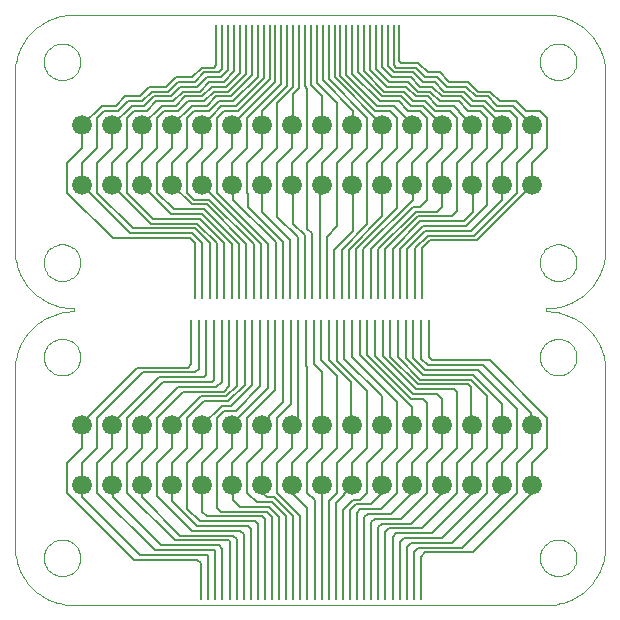
<source format=gtl>
G75*
G70*
%OFA0B0*%
%FSLAX24Y24*%
%IPPOS*%
%LPD*%
%AMOC8*
5,1,8,0,0,1.08239X$1,22.5*
%
%ADD10C,0.0000*%
%ADD11C,0.0004*%
%ADD12C,0.0660*%
%ADD13R,0.0080X0.1200*%
%ADD14C,0.0080*%
D10*
X001076Y001686D02*
X001078Y001735D01*
X001084Y001784D01*
X001094Y001832D01*
X001107Y001879D01*
X001125Y001925D01*
X001146Y001969D01*
X001170Y002012D01*
X001198Y002052D01*
X001229Y002091D01*
X001263Y002126D01*
X001300Y002159D01*
X001339Y002188D01*
X001381Y002214D01*
X001424Y002237D01*
X001470Y002256D01*
X001516Y002272D01*
X001564Y002284D01*
X001612Y002292D01*
X001661Y002296D01*
X001711Y002296D01*
X001760Y002292D01*
X001808Y002284D01*
X001856Y002272D01*
X001902Y002256D01*
X001948Y002237D01*
X001991Y002214D01*
X002033Y002188D01*
X002072Y002159D01*
X002109Y002126D01*
X002143Y002091D01*
X002174Y002052D01*
X002202Y002012D01*
X002226Y001969D01*
X002247Y001925D01*
X002265Y001879D01*
X002278Y001832D01*
X002288Y001784D01*
X002294Y001735D01*
X002296Y001686D01*
X002294Y001637D01*
X002288Y001588D01*
X002278Y001540D01*
X002265Y001493D01*
X002247Y001447D01*
X002226Y001403D01*
X002202Y001360D01*
X002174Y001320D01*
X002143Y001281D01*
X002109Y001246D01*
X002072Y001213D01*
X002033Y001184D01*
X001991Y001158D01*
X001948Y001135D01*
X001902Y001116D01*
X001856Y001100D01*
X001808Y001088D01*
X001760Y001080D01*
X001711Y001076D01*
X001661Y001076D01*
X001612Y001080D01*
X001564Y001088D01*
X001516Y001100D01*
X001470Y001116D01*
X001424Y001135D01*
X001381Y001158D01*
X001339Y001184D01*
X001300Y001213D01*
X001263Y001246D01*
X001229Y001281D01*
X001198Y001320D01*
X001170Y001360D01*
X001146Y001403D01*
X001125Y001447D01*
X001107Y001493D01*
X001094Y001540D01*
X001084Y001588D01*
X001078Y001637D01*
X001076Y001686D01*
X001076Y008379D02*
X001078Y008428D01*
X001084Y008477D01*
X001094Y008525D01*
X001107Y008572D01*
X001125Y008618D01*
X001146Y008662D01*
X001170Y008705D01*
X001198Y008745D01*
X001229Y008784D01*
X001263Y008819D01*
X001300Y008852D01*
X001339Y008881D01*
X001381Y008907D01*
X001424Y008930D01*
X001470Y008949D01*
X001516Y008965D01*
X001564Y008977D01*
X001612Y008985D01*
X001661Y008989D01*
X001711Y008989D01*
X001760Y008985D01*
X001808Y008977D01*
X001856Y008965D01*
X001902Y008949D01*
X001948Y008930D01*
X001991Y008907D01*
X002033Y008881D01*
X002072Y008852D01*
X002109Y008819D01*
X002143Y008784D01*
X002174Y008745D01*
X002202Y008705D01*
X002226Y008662D01*
X002247Y008618D01*
X002265Y008572D01*
X002278Y008525D01*
X002288Y008477D01*
X002294Y008428D01*
X002296Y008379D01*
X002294Y008330D01*
X002288Y008281D01*
X002278Y008233D01*
X002265Y008186D01*
X002247Y008140D01*
X002226Y008096D01*
X002202Y008053D01*
X002174Y008013D01*
X002143Y007974D01*
X002109Y007939D01*
X002072Y007906D01*
X002033Y007877D01*
X001991Y007851D01*
X001948Y007828D01*
X001902Y007809D01*
X001856Y007793D01*
X001808Y007781D01*
X001760Y007773D01*
X001711Y007769D01*
X001661Y007769D01*
X001612Y007773D01*
X001564Y007781D01*
X001516Y007793D01*
X001470Y007809D01*
X001424Y007828D01*
X001381Y007851D01*
X001339Y007877D01*
X001300Y007906D01*
X001263Y007939D01*
X001229Y007974D01*
X001198Y008013D01*
X001170Y008053D01*
X001146Y008096D01*
X001125Y008140D01*
X001107Y008186D01*
X001094Y008233D01*
X001084Y008281D01*
X001078Y008330D01*
X001076Y008379D01*
X001076Y011528D02*
X001078Y011577D01*
X001084Y011626D01*
X001094Y011674D01*
X001107Y011721D01*
X001125Y011767D01*
X001146Y011811D01*
X001170Y011854D01*
X001198Y011894D01*
X001229Y011933D01*
X001263Y011968D01*
X001300Y012001D01*
X001339Y012030D01*
X001381Y012056D01*
X001424Y012079D01*
X001470Y012098D01*
X001516Y012114D01*
X001564Y012126D01*
X001612Y012134D01*
X001661Y012138D01*
X001711Y012138D01*
X001760Y012134D01*
X001808Y012126D01*
X001856Y012114D01*
X001902Y012098D01*
X001948Y012079D01*
X001991Y012056D01*
X002033Y012030D01*
X002072Y012001D01*
X002109Y011968D01*
X002143Y011933D01*
X002174Y011894D01*
X002202Y011854D01*
X002226Y011811D01*
X002247Y011767D01*
X002265Y011721D01*
X002278Y011674D01*
X002288Y011626D01*
X002294Y011577D01*
X002296Y011528D01*
X002294Y011479D01*
X002288Y011430D01*
X002278Y011382D01*
X002265Y011335D01*
X002247Y011289D01*
X002226Y011245D01*
X002202Y011202D01*
X002174Y011162D01*
X002143Y011123D01*
X002109Y011088D01*
X002072Y011055D01*
X002033Y011026D01*
X001991Y011000D01*
X001948Y010977D01*
X001902Y010958D01*
X001856Y010942D01*
X001808Y010930D01*
X001760Y010922D01*
X001711Y010918D01*
X001661Y010918D01*
X001612Y010922D01*
X001564Y010930D01*
X001516Y010942D01*
X001470Y010958D01*
X001424Y010977D01*
X001381Y011000D01*
X001339Y011026D01*
X001300Y011055D01*
X001263Y011088D01*
X001229Y011123D01*
X001198Y011162D01*
X001170Y011202D01*
X001146Y011245D01*
X001125Y011289D01*
X001107Y011335D01*
X001094Y011382D01*
X001084Y011430D01*
X001078Y011479D01*
X001076Y011528D01*
X001076Y018221D02*
X001078Y018270D01*
X001084Y018319D01*
X001094Y018367D01*
X001107Y018414D01*
X001125Y018460D01*
X001146Y018504D01*
X001170Y018547D01*
X001198Y018587D01*
X001229Y018626D01*
X001263Y018661D01*
X001300Y018694D01*
X001339Y018723D01*
X001381Y018749D01*
X001424Y018772D01*
X001470Y018791D01*
X001516Y018807D01*
X001564Y018819D01*
X001612Y018827D01*
X001661Y018831D01*
X001711Y018831D01*
X001760Y018827D01*
X001808Y018819D01*
X001856Y018807D01*
X001902Y018791D01*
X001948Y018772D01*
X001991Y018749D01*
X002033Y018723D01*
X002072Y018694D01*
X002109Y018661D01*
X002143Y018626D01*
X002174Y018587D01*
X002202Y018547D01*
X002226Y018504D01*
X002247Y018460D01*
X002265Y018414D01*
X002278Y018367D01*
X002288Y018319D01*
X002294Y018270D01*
X002296Y018221D01*
X002294Y018172D01*
X002288Y018123D01*
X002278Y018075D01*
X002265Y018028D01*
X002247Y017982D01*
X002226Y017938D01*
X002202Y017895D01*
X002174Y017855D01*
X002143Y017816D01*
X002109Y017781D01*
X002072Y017748D01*
X002033Y017719D01*
X001991Y017693D01*
X001948Y017670D01*
X001902Y017651D01*
X001856Y017635D01*
X001808Y017623D01*
X001760Y017615D01*
X001711Y017611D01*
X001661Y017611D01*
X001612Y017615D01*
X001564Y017623D01*
X001516Y017635D01*
X001470Y017651D01*
X001424Y017670D01*
X001381Y017693D01*
X001339Y017719D01*
X001300Y017748D01*
X001263Y017781D01*
X001229Y017816D01*
X001198Y017855D01*
X001170Y017895D01*
X001146Y017938D01*
X001125Y017982D01*
X001107Y018028D01*
X001094Y018075D01*
X001084Y018123D01*
X001078Y018172D01*
X001076Y018221D01*
X017611Y018221D02*
X017613Y018270D01*
X017619Y018319D01*
X017629Y018367D01*
X017642Y018414D01*
X017660Y018460D01*
X017681Y018504D01*
X017705Y018547D01*
X017733Y018587D01*
X017764Y018626D01*
X017798Y018661D01*
X017835Y018694D01*
X017874Y018723D01*
X017916Y018749D01*
X017959Y018772D01*
X018005Y018791D01*
X018051Y018807D01*
X018099Y018819D01*
X018147Y018827D01*
X018196Y018831D01*
X018246Y018831D01*
X018295Y018827D01*
X018343Y018819D01*
X018391Y018807D01*
X018437Y018791D01*
X018483Y018772D01*
X018526Y018749D01*
X018568Y018723D01*
X018607Y018694D01*
X018644Y018661D01*
X018678Y018626D01*
X018709Y018587D01*
X018737Y018547D01*
X018761Y018504D01*
X018782Y018460D01*
X018800Y018414D01*
X018813Y018367D01*
X018823Y018319D01*
X018829Y018270D01*
X018831Y018221D01*
X018829Y018172D01*
X018823Y018123D01*
X018813Y018075D01*
X018800Y018028D01*
X018782Y017982D01*
X018761Y017938D01*
X018737Y017895D01*
X018709Y017855D01*
X018678Y017816D01*
X018644Y017781D01*
X018607Y017748D01*
X018568Y017719D01*
X018526Y017693D01*
X018483Y017670D01*
X018437Y017651D01*
X018391Y017635D01*
X018343Y017623D01*
X018295Y017615D01*
X018246Y017611D01*
X018196Y017611D01*
X018147Y017615D01*
X018099Y017623D01*
X018051Y017635D01*
X018005Y017651D01*
X017959Y017670D01*
X017916Y017693D01*
X017874Y017719D01*
X017835Y017748D01*
X017798Y017781D01*
X017764Y017816D01*
X017733Y017855D01*
X017705Y017895D01*
X017681Y017938D01*
X017660Y017982D01*
X017642Y018028D01*
X017629Y018075D01*
X017619Y018123D01*
X017613Y018172D01*
X017611Y018221D01*
X017611Y011528D02*
X017613Y011577D01*
X017619Y011626D01*
X017629Y011674D01*
X017642Y011721D01*
X017660Y011767D01*
X017681Y011811D01*
X017705Y011854D01*
X017733Y011894D01*
X017764Y011933D01*
X017798Y011968D01*
X017835Y012001D01*
X017874Y012030D01*
X017916Y012056D01*
X017959Y012079D01*
X018005Y012098D01*
X018051Y012114D01*
X018099Y012126D01*
X018147Y012134D01*
X018196Y012138D01*
X018246Y012138D01*
X018295Y012134D01*
X018343Y012126D01*
X018391Y012114D01*
X018437Y012098D01*
X018483Y012079D01*
X018526Y012056D01*
X018568Y012030D01*
X018607Y012001D01*
X018644Y011968D01*
X018678Y011933D01*
X018709Y011894D01*
X018737Y011854D01*
X018761Y011811D01*
X018782Y011767D01*
X018800Y011721D01*
X018813Y011674D01*
X018823Y011626D01*
X018829Y011577D01*
X018831Y011528D01*
X018829Y011479D01*
X018823Y011430D01*
X018813Y011382D01*
X018800Y011335D01*
X018782Y011289D01*
X018761Y011245D01*
X018737Y011202D01*
X018709Y011162D01*
X018678Y011123D01*
X018644Y011088D01*
X018607Y011055D01*
X018568Y011026D01*
X018526Y011000D01*
X018483Y010977D01*
X018437Y010958D01*
X018391Y010942D01*
X018343Y010930D01*
X018295Y010922D01*
X018246Y010918D01*
X018196Y010918D01*
X018147Y010922D01*
X018099Y010930D01*
X018051Y010942D01*
X018005Y010958D01*
X017959Y010977D01*
X017916Y011000D01*
X017874Y011026D01*
X017835Y011055D01*
X017798Y011088D01*
X017764Y011123D01*
X017733Y011162D01*
X017705Y011202D01*
X017681Y011245D01*
X017660Y011289D01*
X017642Y011335D01*
X017629Y011382D01*
X017619Y011430D01*
X017613Y011479D01*
X017611Y011528D01*
X017611Y008379D02*
X017613Y008428D01*
X017619Y008477D01*
X017629Y008525D01*
X017642Y008572D01*
X017660Y008618D01*
X017681Y008662D01*
X017705Y008705D01*
X017733Y008745D01*
X017764Y008784D01*
X017798Y008819D01*
X017835Y008852D01*
X017874Y008881D01*
X017916Y008907D01*
X017959Y008930D01*
X018005Y008949D01*
X018051Y008965D01*
X018099Y008977D01*
X018147Y008985D01*
X018196Y008989D01*
X018246Y008989D01*
X018295Y008985D01*
X018343Y008977D01*
X018391Y008965D01*
X018437Y008949D01*
X018483Y008930D01*
X018526Y008907D01*
X018568Y008881D01*
X018607Y008852D01*
X018644Y008819D01*
X018678Y008784D01*
X018709Y008745D01*
X018737Y008705D01*
X018761Y008662D01*
X018782Y008618D01*
X018800Y008572D01*
X018813Y008525D01*
X018823Y008477D01*
X018829Y008428D01*
X018831Y008379D01*
X018829Y008330D01*
X018823Y008281D01*
X018813Y008233D01*
X018800Y008186D01*
X018782Y008140D01*
X018761Y008096D01*
X018737Y008053D01*
X018709Y008013D01*
X018678Y007974D01*
X018644Y007939D01*
X018607Y007906D01*
X018568Y007877D01*
X018526Y007851D01*
X018483Y007828D01*
X018437Y007809D01*
X018391Y007793D01*
X018343Y007781D01*
X018295Y007773D01*
X018246Y007769D01*
X018196Y007769D01*
X018147Y007773D01*
X018099Y007781D01*
X018051Y007793D01*
X018005Y007809D01*
X017959Y007828D01*
X017916Y007851D01*
X017874Y007877D01*
X017835Y007906D01*
X017798Y007939D01*
X017764Y007974D01*
X017733Y008013D01*
X017705Y008053D01*
X017681Y008096D01*
X017660Y008140D01*
X017642Y008186D01*
X017629Y008233D01*
X017619Y008281D01*
X017613Y008330D01*
X017611Y008379D01*
X017611Y001686D02*
X017613Y001735D01*
X017619Y001784D01*
X017629Y001832D01*
X017642Y001879D01*
X017660Y001925D01*
X017681Y001969D01*
X017705Y002012D01*
X017733Y002052D01*
X017764Y002091D01*
X017798Y002126D01*
X017835Y002159D01*
X017874Y002188D01*
X017916Y002214D01*
X017959Y002237D01*
X018005Y002256D01*
X018051Y002272D01*
X018099Y002284D01*
X018147Y002292D01*
X018196Y002296D01*
X018246Y002296D01*
X018295Y002292D01*
X018343Y002284D01*
X018391Y002272D01*
X018437Y002256D01*
X018483Y002237D01*
X018526Y002214D01*
X018568Y002188D01*
X018607Y002159D01*
X018644Y002126D01*
X018678Y002091D01*
X018709Y002052D01*
X018737Y002012D01*
X018761Y001969D01*
X018782Y001925D01*
X018800Y001879D01*
X018813Y001832D01*
X018823Y001784D01*
X018829Y001735D01*
X018831Y001686D01*
X018829Y001637D01*
X018823Y001588D01*
X018813Y001540D01*
X018800Y001493D01*
X018782Y001447D01*
X018761Y001403D01*
X018737Y001360D01*
X018709Y001320D01*
X018678Y001281D01*
X018644Y001246D01*
X018607Y001213D01*
X018568Y001184D01*
X018526Y001158D01*
X018483Y001135D01*
X018437Y001116D01*
X018391Y001100D01*
X018343Y001088D01*
X018295Y001080D01*
X018246Y001076D01*
X018196Y001076D01*
X018147Y001080D01*
X018099Y001088D01*
X018051Y001100D01*
X018005Y001116D01*
X017959Y001135D01*
X017916Y001158D01*
X017874Y001184D01*
X017835Y001213D01*
X017798Y001246D01*
X017764Y001281D01*
X017733Y001320D01*
X017705Y001360D01*
X017681Y001403D01*
X017660Y001447D01*
X017642Y001493D01*
X017629Y001540D01*
X017619Y001588D01*
X017613Y001637D01*
X017611Y001686D01*
D11*
X017827Y000110D02*
X017921Y000112D01*
X018014Y000119D01*
X018107Y000130D01*
X018200Y000146D01*
X018291Y000166D01*
X018382Y000190D01*
X018471Y000218D01*
X018559Y000251D01*
X018645Y000288D01*
X018729Y000329D01*
X018812Y000374D01*
X018892Y000423D01*
X018969Y000475D01*
X019044Y000531D01*
X019116Y000591D01*
X019186Y000654D01*
X019252Y000720D01*
X019315Y000790D01*
X019375Y000862D01*
X019431Y000937D01*
X019483Y001014D01*
X019532Y001095D01*
X019577Y001177D01*
X019618Y001261D01*
X019655Y001347D01*
X019688Y001435D01*
X019716Y001524D01*
X019740Y001615D01*
X019760Y001706D01*
X019776Y001799D01*
X019787Y001892D01*
X019794Y001985D01*
X019796Y002079D01*
X019796Y007936D01*
X019794Y008030D01*
X019787Y008123D01*
X019776Y008216D01*
X019760Y008309D01*
X019740Y008400D01*
X019716Y008491D01*
X019688Y008580D01*
X019655Y008668D01*
X019618Y008754D01*
X019577Y008838D01*
X019532Y008920D01*
X019483Y009001D01*
X019431Y009078D01*
X019375Y009153D01*
X019315Y009225D01*
X019252Y009295D01*
X019186Y009361D01*
X019116Y009424D01*
X019044Y009484D01*
X018969Y009540D01*
X018892Y009592D01*
X018811Y009641D01*
X018729Y009686D01*
X018645Y009727D01*
X018559Y009764D01*
X018471Y009797D01*
X018382Y009825D01*
X018291Y009849D01*
X018200Y009869D01*
X018107Y009885D01*
X018014Y009896D01*
X017921Y009903D01*
X017827Y009905D01*
X017827Y009904D02*
X017827Y010003D01*
X017827Y010002D02*
X017921Y010004D01*
X018014Y010011D01*
X018107Y010022D01*
X018200Y010038D01*
X018291Y010058D01*
X018382Y010082D01*
X018471Y010110D01*
X018559Y010143D01*
X018645Y010180D01*
X018729Y010221D01*
X018812Y010266D01*
X018892Y010315D01*
X018969Y010367D01*
X019044Y010423D01*
X019116Y010483D01*
X019186Y010546D01*
X019252Y010612D01*
X019315Y010682D01*
X019375Y010754D01*
X019431Y010829D01*
X019483Y010906D01*
X019532Y010987D01*
X019577Y011069D01*
X019618Y011153D01*
X019655Y011239D01*
X019688Y011327D01*
X019716Y011416D01*
X019740Y011507D01*
X019760Y011598D01*
X019776Y011691D01*
X019787Y011784D01*
X019794Y011877D01*
X019796Y011971D01*
X019796Y017827D01*
X019794Y017921D01*
X019787Y018014D01*
X019776Y018107D01*
X019760Y018200D01*
X019740Y018291D01*
X019716Y018382D01*
X019688Y018471D01*
X019655Y018559D01*
X019618Y018645D01*
X019577Y018729D01*
X019532Y018811D01*
X019483Y018892D01*
X019431Y018969D01*
X019375Y019044D01*
X019315Y019116D01*
X019252Y019186D01*
X019186Y019252D01*
X019116Y019315D01*
X019044Y019375D01*
X018969Y019431D01*
X018892Y019483D01*
X018811Y019532D01*
X018729Y019577D01*
X018645Y019618D01*
X018559Y019655D01*
X018471Y019688D01*
X018382Y019716D01*
X018291Y019740D01*
X018200Y019760D01*
X018107Y019776D01*
X018014Y019787D01*
X017921Y019794D01*
X017827Y019796D01*
X002079Y019796D01*
X001985Y019794D01*
X001892Y019787D01*
X001799Y019776D01*
X001706Y019760D01*
X001615Y019740D01*
X001524Y019716D01*
X001435Y019688D01*
X001347Y019655D01*
X001261Y019618D01*
X001177Y019577D01*
X001094Y019532D01*
X001014Y019483D01*
X000937Y019431D01*
X000862Y019375D01*
X000790Y019315D01*
X000720Y019252D01*
X000654Y019186D01*
X000591Y019116D01*
X000531Y019044D01*
X000475Y018969D01*
X000423Y018892D01*
X000374Y018812D01*
X000329Y018729D01*
X000288Y018645D01*
X000251Y018559D01*
X000218Y018471D01*
X000190Y018382D01*
X000166Y018291D01*
X000146Y018200D01*
X000130Y018107D01*
X000119Y018014D01*
X000112Y017921D01*
X000110Y017827D01*
X000111Y017827D02*
X000111Y011971D01*
X000110Y011971D02*
X000112Y011877D01*
X000119Y011784D01*
X000130Y011691D01*
X000146Y011598D01*
X000166Y011507D01*
X000190Y011416D01*
X000218Y011327D01*
X000251Y011239D01*
X000288Y011153D01*
X000329Y011069D01*
X000374Y010987D01*
X000423Y010906D01*
X000475Y010829D01*
X000531Y010754D01*
X000591Y010682D01*
X000654Y010612D01*
X000720Y010546D01*
X000790Y010483D01*
X000862Y010423D01*
X000937Y010367D01*
X001014Y010315D01*
X001094Y010266D01*
X001177Y010221D01*
X001261Y010180D01*
X001347Y010143D01*
X001435Y010110D01*
X001524Y010082D01*
X001615Y010058D01*
X001706Y010038D01*
X001799Y010022D01*
X001892Y010011D01*
X001985Y010004D01*
X002079Y010002D01*
X002079Y010003D02*
X002079Y009904D01*
X002079Y009905D02*
X001985Y009903D01*
X001892Y009896D01*
X001799Y009885D01*
X001706Y009869D01*
X001615Y009849D01*
X001524Y009825D01*
X001435Y009797D01*
X001347Y009764D01*
X001261Y009727D01*
X001177Y009686D01*
X001094Y009641D01*
X001014Y009592D01*
X000937Y009540D01*
X000862Y009484D01*
X000790Y009424D01*
X000720Y009361D01*
X000654Y009295D01*
X000591Y009225D01*
X000531Y009153D01*
X000475Y009078D01*
X000423Y009001D01*
X000374Y008921D01*
X000329Y008838D01*
X000288Y008754D01*
X000251Y008668D01*
X000218Y008580D01*
X000190Y008491D01*
X000166Y008400D01*
X000146Y008309D01*
X000130Y008216D01*
X000119Y008123D01*
X000112Y008030D01*
X000110Y007936D01*
X000111Y007936D02*
X000111Y002079D01*
X000110Y002079D02*
X000112Y001985D01*
X000119Y001892D01*
X000130Y001799D01*
X000146Y001706D01*
X000166Y001615D01*
X000190Y001524D01*
X000218Y001435D01*
X000251Y001347D01*
X000288Y001261D01*
X000329Y001177D01*
X000374Y001095D01*
X000423Y001014D01*
X000475Y000937D01*
X000531Y000862D01*
X000591Y000790D01*
X000654Y000720D01*
X000720Y000654D01*
X000790Y000591D01*
X000862Y000531D01*
X000937Y000475D01*
X001014Y000423D01*
X001094Y000374D01*
X001177Y000329D01*
X001261Y000288D01*
X001347Y000251D01*
X001435Y000218D01*
X001524Y000190D01*
X001615Y000166D01*
X001706Y000146D01*
X001799Y000130D01*
X001892Y000119D01*
X001985Y000112D01*
X002079Y000110D01*
X002079Y000111D02*
X017827Y000111D01*
D12*
X017361Y004111D03*
X016361Y004111D03*
X015361Y004111D03*
X014361Y004111D03*
X013361Y004111D03*
X012361Y004111D03*
X011361Y004111D03*
X010361Y004111D03*
X009361Y004111D03*
X008361Y004111D03*
X007361Y004111D03*
X006361Y004111D03*
X005361Y004111D03*
X004361Y004111D03*
X003361Y004111D03*
X002361Y004111D03*
X002361Y006111D03*
X003361Y006111D03*
X004361Y006111D03*
X005361Y006111D03*
X006361Y006111D03*
X007361Y006111D03*
X008361Y006111D03*
X009361Y006111D03*
X010361Y006111D03*
X011361Y006111D03*
X012361Y006111D03*
X013361Y006111D03*
X014361Y006111D03*
X015361Y006111D03*
X016361Y006111D03*
X017361Y006111D03*
X017361Y014111D03*
X016361Y014111D03*
X015361Y014111D03*
X014361Y014111D03*
X013361Y014111D03*
X012361Y014111D03*
X011361Y014111D03*
X010361Y014111D03*
X009361Y014111D03*
X008361Y014111D03*
X007361Y014111D03*
X006361Y014111D03*
X005361Y014111D03*
X004361Y014111D03*
X003361Y014111D03*
X002361Y014111D03*
X002361Y016111D03*
X003361Y016111D03*
X004361Y016111D03*
X005361Y016111D03*
X006361Y016111D03*
X007361Y016111D03*
X008361Y016111D03*
X009361Y016111D03*
X010361Y016111D03*
X011361Y016111D03*
X012361Y016111D03*
X013361Y016111D03*
X014361Y016111D03*
X015361Y016111D03*
X016361Y016111D03*
X017361Y016111D03*
D13*
X012932Y018865D03*
X012735Y018865D03*
X012538Y018865D03*
X012341Y018865D03*
X012144Y018865D03*
X011947Y018865D03*
X011751Y018865D03*
X011554Y018865D03*
X011357Y018865D03*
X011160Y018865D03*
X010963Y018865D03*
X010766Y018865D03*
X010570Y018865D03*
X010373Y018865D03*
X010176Y018865D03*
X009979Y018865D03*
X009782Y018865D03*
X009585Y018865D03*
X009388Y018865D03*
X009192Y018865D03*
X008995Y018865D03*
X008798Y018865D03*
X008601Y018865D03*
X008404Y018865D03*
X008207Y018865D03*
X008010Y018865D03*
X007814Y018865D03*
X007617Y018865D03*
X007420Y018865D03*
X007223Y018865D03*
X007026Y018865D03*
X006829Y018865D03*
X006849Y010916D03*
X006605Y010916D03*
X006361Y010916D03*
X006117Y010916D03*
X007093Y010916D03*
X007337Y010916D03*
X007581Y010916D03*
X007825Y010916D03*
X008070Y010916D03*
X008314Y010916D03*
X008558Y010916D03*
X008802Y010916D03*
X009046Y010916D03*
X009290Y010916D03*
X009534Y010916D03*
X009778Y010916D03*
X010022Y010916D03*
X010266Y010916D03*
X010510Y010916D03*
X010755Y010916D03*
X010999Y010916D03*
X011243Y010916D03*
X011487Y010916D03*
X011731Y010916D03*
X011975Y010916D03*
X012219Y010916D03*
X012463Y010916D03*
X012707Y010916D03*
X012951Y010916D03*
X013196Y010916D03*
X013440Y010916D03*
X013684Y010916D03*
X013654Y009018D03*
X013398Y009018D03*
X013142Y009018D03*
X012886Y009018D03*
X012631Y009018D03*
X012375Y009018D03*
X012119Y009018D03*
X011863Y009018D03*
X011607Y009018D03*
X011351Y009018D03*
X011095Y009018D03*
X010839Y009018D03*
X010583Y009018D03*
X010327Y009018D03*
X010071Y009018D03*
X009816Y009018D03*
X009560Y009018D03*
X009304Y009018D03*
X009048Y009018D03*
X008792Y009018D03*
X008536Y009018D03*
X008280Y009018D03*
X008024Y009018D03*
X007768Y009018D03*
X007512Y009018D03*
X007257Y009018D03*
X007001Y009018D03*
X006745Y009018D03*
X006489Y009018D03*
X006233Y009018D03*
X005977Y009018D03*
X013910Y009018D03*
X013644Y000898D03*
X013408Y000898D03*
X013172Y000898D03*
X012936Y000898D03*
X012699Y000898D03*
X012463Y000898D03*
X012227Y000898D03*
X011991Y000898D03*
X011755Y000898D03*
X011518Y000898D03*
X011282Y000898D03*
X011046Y000898D03*
X010810Y000898D03*
X010573Y000898D03*
X010337Y000898D03*
X010101Y000898D03*
X009865Y000898D03*
X009629Y000898D03*
X009392Y000898D03*
X009156Y000898D03*
X008920Y000898D03*
X008684Y000898D03*
X008447Y000898D03*
X008211Y000898D03*
X007975Y000898D03*
X007739Y000898D03*
X007503Y000898D03*
X007266Y000898D03*
X007030Y000898D03*
X006794Y000898D03*
X006558Y000898D03*
X006321Y000898D03*
D14*
X006321Y001500D01*
X006191Y001631D01*
X004091Y001631D01*
X001861Y003861D01*
X001861Y004861D01*
X002361Y005361D01*
X002361Y006111D01*
X002511Y006261D01*
X002511Y006351D01*
X004191Y008031D01*
X005871Y008031D01*
X005977Y008137D01*
X005977Y009018D01*
X006233Y009018D02*
X006233Y007993D01*
X006111Y007871D01*
X004371Y007871D01*
X002861Y006361D01*
X002861Y005361D01*
X002361Y004861D01*
X002361Y004111D01*
X002351Y004101D01*
X002351Y003711D01*
X004271Y001791D01*
X006511Y001791D01*
X006558Y001744D01*
X006558Y000898D01*
X006794Y000898D02*
X006794Y001908D01*
X006751Y001951D01*
X004771Y001951D01*
X002861Y003861D01*
X002861Y004861D01*
X003361Y005361D01*
X003361Y006111D01*
X003551Y006301D01*
X003551Y006351D01*
X004911Y007711D01*
X006431Y007711D01*
X006489Y007769D01*
X006489Y009018D01*
X006745Y009018D02*
X006745Y007625D01*
X006671Y007551D01*
X005051Y007551D01*
X003861Y006361D01*
X003861Y005361D01*
X003361Y004861D01*
X003361Y004111D01*
X003391Y004081D01*
X003391Y003711D01*
X004991Y002111D01*
X006911Y002111D01*
X007030Y001992D01*
X007030Y000898D01*
X007266Y000898D02*
X007266Y002235D01*
X007231Y002271D01*
X005451Y002271D01*
X003861Y003861D01*
X003861Y004861D01*
X004361Y005361D01*
X004361Y006111D01*
X004511Y006261D01*
X004511Y006351D01*
X005551Y007391D01*
X006831Y007391D01*
X007001Y007561D01*
X007001Y009018D01*
X007257Y009018D02*
X007257Y007417D01*
X007071Y007231D01*
X005731Y007231D01*
X004861Y006361D01*
X004861Y005361D01*
X004361Y004861D01*
X004361Y004111D01*
X004351Y004101D01*
X004351Y003711D01*
X005631Y002431D01*
X007391Y002431D01*
X007503Y002319D01*
X007503Y000898D01*
X007739Y000898D02*
X007739Y002483D01*
X007631Y002591D01*
X006031Y002591D01*
X004861Y003761D01*
X004861Y004861D01*
X005361Y005361D01*
X005361Y006111D01*
X006321Y007071D01*
X007151Y007071D01*
X007512Y007432D01*
X007512Y009018D01*
X007768Y009018D02*
X007768Y007448D01*
X007231Y006911D01*
X006411Y006911D01*
X005861Y006361D01*
X005861Y005361D01*
X005361Y004861D01*
X005361Y004111D01*
X005361Y003581D01*
X006191Y002751D01*
X007871Y002751D01*
X007975Y002647D01*
X007975Y000898D01*
X008211Y000898D02*
X008211Y002810D01*
X008111Y002911D01*
X006271Y002911D01*
X005861Y003321D01*
X005861Y004861D01*
X006361Y005361D01*
X006361Y006111D01*
X007001Y006751D01*
X007311Y006751D01*
X008024Y007464D01*
X008024Y009018D01*
X008280Y009018D02*
X008280Y007400D01*
X007471Y006591D01*
X007091Y006591D01*
X006861Y006361D01*
X006861Y005361D01*
X006361Y004861D01*
X006361Y004111D01*
X006361Y003861D01*
X006351Y003851D01*
X006351Y003231D01*
X006511Y003071D01*
X008351Y003071D01*
X008447Y002974D01*
X008447Y000898D01*
X008684Y000898D02*
X008684Y003058D01*
X008511Y003231D01*
X006991Y003231D01*
X006861Y003361D01*
X006861Y004861D01*
X007361Y005361D01*
X007361Y006111D01*
X007471Y006221D01*
X007471Y006271D01*
X008536Y007336D01*
X008536Y009018D01*
X008792Y009018D02*
X008792Y007292D01*
X007861Y006361D01*
X007861Y005361D01*
X007361Y004861D01*
X007361Y004111D01*
X007361Y003861D01*
X007391Y003831D01*
X007391Y003631D01*
X007631Y003391D01*
X008591Y003391D01*
X008920Y003062D01*
X008920Y000898D01*
X009156Y000898D02*
X009156Y003066D01*
X008671Y003551D01*
X008171Y003551D01*
X007861Y003861D01*
X007861Y004861D01*
X008361Y005361D01*
X008361Y006111D01*
X008591Y006341D01*
X008591Y006431D01*
X009048Y006888D01*
X009048Y009018D01*
X009304Y009018D02*
X009304Y006804D01*
X008861Y006361D01*
X008861Y005361D01*
X008361Y004861D01*
X008361Y004111D01*
X008361Y003861D01*
X008511Y003711D01*
X008751Y003711D01*
X009392Y003069D01*
X009392Y000898D01*
X009629Y000898D02*
X009629Y003093D01*
X008861Y003861D01*
X008861Y004861D01*
X009361Y005361D01*
X009361Y006111D01*
X009560Y006310D01*
X009560Y009018D01*
X009816Y009018D02*
X009816Y008086D01*
X009861Y008041D01*
X009861Y005361D01*
X009361Y004861D01*
X009361Y004111D01*
X009361Y003861D01*
X009865Y003357D01*
X009865Y000898D01*
X010101Y000898D02*
X010101Y003621D01*
X009861Y003861D01*
X009861Y004861D01*
X010361Y005361D01*
X010361Y006111D01*
X010351Y006121D01*
X010351Y007871D01*
X010071Y008150D01*
X010071Y009018D01*
X010327Y009018D02*
X010327Y008294D01*
X010861Y007761D01*
X010861Y005361D01*
X010361Y004861D01*
X010361Y004111D01*
X010337Y004087D01*
X010337Y000898D01*
X010573Y000898D02*
X010573Y003573D01*
X010861Y003861D01*
X010861Y004861D01*
X011361Y005361D01*
X011361Y006111D01*
X011311Y006161D01*
X011311Y007551D01*
X010583Y008278D01*
X010583Y009018D01*
X010839Y009018D02*
X010839Y008263D01*
X011861Y007241D01*
X011861Y005361D01*
X011361Y004861D01*
X011361Y004111D01*
X011071Y003821D01*
X011071Y003791D01*
X010810Y003530D01*
X010810Y000898D01*
X011046Y000898D02*
X011046Y003286D01*
X011391Y003631D01*
X011631Y003631D01*
X011861Y003861D01*
X011861Y004861D01*
X012361Y005361D01*
X012361Y006111D01*
X012351Y006121D01*
X012351Y007071D01*
X011095Y008327D01*
X011095Y009018D01*
X011351Y009018D02*
X011351Y008391D01*
X012861Y006881D01*
X012861Y005361D01*
X012361Y004861D01*
X012361Y004111D01*
X012361Y003861D01*
X011971Y003471D01*
X011471Y003471D01*
X011282Y003282D01*
X011282Y000898D01*
X011518Y000898D02*
X011518Y003198D01*
X011631Y003311D01*
X012311Y003311D01*
X012861Y003861D01*
X012861Y004861D01*
X013361Y005361D01*
X013361Y006111D01*
X013361Y006701D01*
X011607Y008455D01*
X011607Y009018D01*
X011863Y009018D02*
X011863Y008439D01*
X013311Y006991D01*
X013711Y006991D01*
X013861Y006841D01*
X013861Y005361D01*
X013361Y004861D01*
X013361Y004111D01*
X013361Y003861D01*
X012651Y003151D01*
X011871Y003151D01*
X011755Y003035D01*
X011755Y000898D01*
X011991Y000898D02*
X011991Y002871D01*
X012111Y002991D01*
X012991Y002991D01*
X013861Y003861D01*
X013861Y004861D01*
X014361Y005361D01*
X014361Y006111D01*
X014351Y006121D01*
X014351Y006991D01*
X014191Y007151D01*
X013391Y007151D01*
X012119Y008423D01*
X012119Y009018D01*
X012375Y009018D02*
X012375Y008407D01*
X013471Y007311D01*
X014751Y007311D01*
X014861Y007201D01*
X014861Y005361D01*
X014361Y004861D01*
X014361Y004111D01*
X014361Y003861D01*
X013331Y002831D01*
X012351Y002831D01*
X012227Y002707D01*
X012227Y000898D01*
X012463Y000898D02*
X012463Y002543D01*
X012591Y002671D01*
X013671Y002671D01*
X014861Y003861D01*
X014861Y004861D01*
X015361Y005361D01*
X015361Y006111D01*
X015311Y006161D01*
X015311Y007391D01*
X015231Y007471D01*
X013551Y007471D01*
X012631Y008391D01*
X012631Y009018D01*
X012886Y009018D02*
X012886Y008375D01*
X013631Y007631D01*
X015311Y007631D01*
X015861Y007081D01*
X015861Y005361D01*
X015361Y004861D01*
X015361Y004111D01*
X015361Y003861D01*
X014011Y002511D01*
X012831Y002511D01*
X012699Y002379D01*
X012699Y000898D01*
X012936Y000898D02*
X012936Y002216D01*
X013071Y002351D01*
X014351Y002351D01*
X015861Y003861D01*
X015861Y004861D01*
X016361Y005361D01*
X016361Y006111D01*
X016351Y006121D01*
X016351Y006831D01*
X015391Y007791D01*
X013711Y007791D01*
X013142Y008359D01*
X013142Y009018D01*
X013398Y009018D02*
X013398Y008343D01*
X013791Y007951D01*
X015551Y007951D01*
X016861Y006641D01*
X016861Y005361D01*
X016361Y004861D01*
X016361Y004111D01*
X016361Y003861D01*
X014691Y002191D01*
X013311Y002191D01*
X013172Y002052D01*
X013172Y000898D01*
X013408Y000898D02*
X013408Y001888D01*
X013551Y002031D01*
X015031Y002031D01*
X016861Y003861D01*
X016861Y004861D01*
X017361Y005361D01*
X017361Y006111D01*
X017311Y006161D01*
X017311Y006511D01*
X015711Y008111D01*
X013871Y008111D01*
X013654Y008328D01*
X013654Y009018D01*
X013910Y009018D02*
X013910Y008392D01*
X014031Y008271D01*
X015951Y008271D01*
X017861Y006361D01*
X017861Y005361D01*
X017361Y004861D01*
X017361Y004111D01*
X017361Y003861D01*
X015371Y001871D01*
X013791Y001871D01*
X013644Y001724D01*
X013644Y000898D01*
X011361Y003861D02*
X011361Y004111D01*
X011243Y010916D02*
X011243Y011963D01*
X012351Y013071D01*
X012351Y014101D01*
X012361Y014111D01*
X012361Y014861D01*
X012861Y015361D01*
X012861Y016361D01*
X012631Y016591D01*
X012111Y016591D01*
X010963Y017739D01*
X010963Y018865D01*
X010766Y018865D02*
X010766Y017705D01*
X012361Y016111D01*
X012361Y015361D01*
X011861Y014861D01*
X011861Y012821D01*
X010999Y011959D01*
X010999Y010916D01*
X010755Y010916D02*
X010755Y011955D01*
X011391Y012591D01*
X011391Y014081D01*
X011361Y014111D01*
X011361Y014861D01*
X011861Y015361D01*
X011861Y016361D01*
X010570Y017652D01*
X010570Y018865D01*
X010373Y018865D02*
X010373Y017609D01*
X011391Y016591D01*
X011391Y016141D01*
X011361Y016111D01*
X011361Y015361D01*
X010861Y014861D01*
X010861Y012741D01*
X010510Y012390D01*
X010510Y010916D01*
X010266Y010916D02*
X010266Y014016D01*
X010361Y014111D01*
X010361Y014861D01*
X010861Y015361D01*
X010861Y016841D01*
X010176Y017526D01*
X010176Y018865D01*
X009979Y018865D02*
X009979Y017443D01*
X010351Y017071D01*
X010351Y016121D01*
X010361Y016111D01*
X010361Y015361D01*
X009861Y014861D01*
X009861Y012661D01*
X010022Y012499D01*
X010022Y010916D01*
X009778Y010916D02*
X009778Y012444D01*
X009391Y012831D01*
X009391Y014081D01*
X009361Y014111D01*
X009361Y014861D01*
X009861Y015361D01*
X009861Y017321D01*
X009782Y017400D01*
X009782Y018865D01*
X009585Y018865D02*
X009585Y017345D01*
X009391Y017151D01*
X009391Y016351D01*
X009361Y016321D01*
X009361Y016111D01*
X009361Y015361D01*
X008861Y014861D01*
X008861Y013041D01*
X009534Y012368D01*
X009534Y010916D01*
X009290Y010916D02*
X009290Y012292D01*
X008351Y013231D01*
X008351Y014101D01*
X008361Y014111D01*
X008361Y014861D01*
X008861Y015361D01*
X008861Y016861D01*
X009388Y017388D01*
X009388Y018865D01*
X009192Y018865D02*
X009192Y017432D01*
X008351Y016591D01*
X008351Y016121D01*
X008361Y016111D01*
X008361Y015361D01*
X007861Y014861D01*
X007861Y013861D01*
X007871Y013851D01*
X007871Y013391D01*
X009046Y012216D01*
X009046Y010916D01*
X008802Y010916D02*
X008802Y012220D01*
X007391Y013631D01*
X007391Y014081D01*
X007361Y014111D01*
X007361Y014861D01*
X007861Y015361D01*
X007861Y016361D01*
X008995Y017495D01*
X008995Y018865D01*
X008798Y018865D02*
X008798Y017548D01*
X007361Y016111D01*
X007361Y015361D01*
X006861Y014861D01*
X006861Y013861D01*
X008558Y012164D01*
X008558Y010916D01*
X008314Y010916D02*
X008314Y012158D01*
X006361Y014111D01*
X006361Y014861D01*
X006861Y015361D01*
X006861Y016361D01*
X007091Y016591D01*
X007551Y016591D01*
X008601Y017641D01*
X008601Y018865D01*
X008404Y018865D02*
X008404Y017684D01*
X007471Y016751D01*
X006991Y016751D01*
X006671Y016431D01*
X006671Y016421D01*
X006361Y016111D01*
X006361Y015361D01*
X005861Y014861D01*
X005861Y013861D01*
X006091Y013631D01*
X006591Y013631D01*
X008070Y012152D01*
X008070Y010916D01*
X007825Y010916D02*
X007825Y012156D01*
X006511Y013471D01*
X006001Y013471D01*
X005361Y014111D01*
X005361Y014861D01*
X005861Y015361D01*
X005861Y016361D01*
X006091Y016591D01*
X006591Y016591D01*
X006911Y016911D01*
X007391Y016911D01*
X008207Y017727D01*
X008207Y018865D01*
X008010Y018865D02*
X008010Y017770D01*
X007311Y017071D01*
X006831Y017071D01*
X006511Y016751D01*
X006001Y016751D01*
X005361Y016111D01*
X005361Y015361D01*
X004861Y014861D01*
X004861Y013861D01*
X005411Y013311D01*
X006431Y013311D01*
X007581Y012160D01*
X007581Y010916D01*
X007337Y010916D02*
X007337Y012164D01*
X006351Y013151D01*
X005321Y013151D01*
X004361Y014111D01*
X004361Y014861D01*
X004861Y015361D01*
X004861Y016361D01*
X005091Y016591D01*
X005551Y016591D01*
X005871Y016911D01*
X006431Y016911D01*
X006751Y017231D01*
X007231Y017231D01*
X007814Y017814D01*
X007814Y018865D01*
X007617Y018865D02*
X007617Y017857D01*
X007151Y017391D01*
X006671Y017391D01*
X006351Y017071D01*
X005791Y017071D01*
X005471Y016751D01*
X005001Y016751D01*
X004361Y016111D01*
X004361Y015361D01*
X003861Y014861D01*
X003861Y013861D01*
X004731Y012991D01*
X006271Y012991D01*
X007093Y012169D01*
X007093Y010916D01*
X006849Y010916D02*
X006849Y012173D01*
X006191Y012831D01*
X004641Y012831D01*
X003361Y014111D01*
X003361Y014861D01*
X003861Y015361D01*
X003861Y016361D01*
X004091Y016591D01*
X004511Y016591D01*
X004831Y016911D01*
X005391Y016911D01*
X005711Y017231D01*
X006271Y017231D01*
X006591Y017551D01*
X007071Y017551D01*
X007420Y017900D01*
X007420Y018865D01*
X007223Y018865D02*
X007223Y017943D01*
X006991Y017711D01*
X006511Y017711D01*
X006191Y017391D01*
X005631Y017391D01*
X005311Y017071D01*
X004751Y017071D01*
X004431Y016751D01*
X004001Y016751D01*
X003361Y016111D01*
X003361Y015361D01*
X002861Y014861D01*
X002861Y013861D01*
X004051Y012671D01*
X006111Y012671D01*
X006605Y012177D01*
X006605Y010916D01*
X006361Y010916D02*
X006361Y012181D01*
X006031Y012511D01*
X003961Y012511D01*
X002361Y014111D01*
X002361Y014861D01*
X002861Y015361D01*
X002861Y016361D01*
X003091Y016591D01*
X003551Y016591D01*
X003871Y016911D01*
X004351Y016911D01*
X004671Y017231D01*
X005231Y017231D01*
X005551Y017551D01*
X006111Y017551D01*
X006431Y017871D01*
X006911Y017871D01*
X007026Y017986D01*
X007026Y018865D01*
X006829Y018865D02*
X006829Y018109D01*
X006751Y018031D01*
X006351Y018031D01*
X006031Y017711D01*
X005471Y017711D01*
X005151Y017391D01*
X004591Y017391D01*
X004271Y017071D01*
X003791Y017071D01*
X003471Y016751D01*
X003001Y016751D01*
X002361Y016111D01*
X002361Y015361D01*
X001861Y014861D01*
X001861Y013861D01*
X003371Y012351D01*
X005951Y012351D01*
X006117Y012185D01*
X006117Y010916D01*
X011487Y010916D02*
X011487Y011967D01*
X012861Y013341D01*
X012861Y014861D01*
X013361Y015361D01*
X013361Y016111D01*
X013071Y016401D01*
X013071Y016431D01*
X012751Y016751D01*
X012191Y016751D01*
X011160Y017782D01*
X011160Y018865D01*
X011357Y018865D02*
X011357Y017825D01*
X012271Y016911D01*
X012911Y016911D01*
X013231Y016591D01*
X013631Y016591D01*
X013861Y016361D01*
X013861Y015361D01*
X013361Y014861D01*
X013361Y014111D01*
X013391Y014081D01*
X013391Y013631D01*
X011731Y011971D01*
X011731Y010916D01*
X011975Y010916D02*
X011975Y011975D01*
X013391Y013391D01*
X013631Y013391D01*
X013861Y013621D01*
X013861Y014861D01*
X014361Y015361D01*
X014361Y016111D01*
X013881Y016591D01*
X013871Y016591D01*
X013711Y016751D01*
X013311Y016751D01*
X012991Y017071D01*
X012351Y017071D01*
X011554Y017868D01*
X011554Y018865D01*
X011751Y018865D02*
X011751Y017911D01*
X012431Y017231D01*
X013071Y017231D01*
X013391Y016911D01*
X013791Y016911D01*
X014111Y016591D01*
X014631Y016591D01*
X014861Y016361D01*
X014861Y015361D01*
X014361Y014861D01*
X014361Y014111D01*
X014351Y014101D01*
X014351Y013391D01*
X014191Y013231D01*
X013471Y013231D01*
X012219Y011979D01*
X012219Y010916D01*
X012463Y010916D02*
X012463Y011983D01*
X013551Y013071D01*
X014671Y013071D01*
X014861Y013261D01*
X014861Y014861D01*
X015361Y015361D01*
X015361Y016111D01*
X014911Y016561D01*
X014911Y016591D01*
X014751Y016751D01*
X014191Y016751D01*
X013871Y017071D01*
X013471Y017071D01*
X013151Y017391D01*
X012511Y017391D01*
X011947Y017954D01*
X011947Y018865D01*
X012144Y018865D02*
X012144Y017997D01*
X012591Y017551D01*
X013231Y017551D01*
X013551Y017231D01*
X013951Y017231D01*
X014271Y016911D01*
X014911Y016911D01*
X015231Y016591D01*
X015631Y016591D01*
X015861Y016361D01*
X015861Y015361D01*
X015361Y014861D01*
X015361Y014111D01*
X015391Y014081D01*
X015391Y013231D01*
X015071Y012911D01*
X013631Y012911D01*
X012707Y011987D01*
X012707Y010916D01*
X012951Y010916D02*
X012951Y011991D01*
X013711Y012751D01*
X015151Y012751D01*
X015861Y013461D01*
X015861Y014861D01*
X016361Y015361D01*
X016361Y016111D01*
X015721Y016751D01*
X015311Y016751D01*
X014991Y017071D01*
X014351Y017071D01*
X014031Y017391D01*
X013631Y017391D01*
X013311Y017711D01*
X012671Y017711D01*
X012341Y018041D01*
X012341Y018865D01*
X012538Y018865D02*
X012538Y018084D01*
X012751Y017871D01*
X013391Y017871D01*
X013711Y017551D01*
X014111Y017551D01*
X014431Y017231D01*
X015071Y017231D01*
X015391Y016911D01*
X015791Y016911D01*
X016111Y016591D01*
X016631Y016591D01*
X016861Y016361D01*
X016861Y015361D01*
X016361Y014861D01*
X016361Y014111D01*
X016351Y014101D01*
X016351Y013631D01*
X015311Y012591D01*
X013791Y012591D01*
X013196Y011996D01*
X013196Y010916D01*
X013440Y010916D02*
X013440Y012000D01*
X013871Y012431D01*
X015431Y012431D01*
X016861Y013861D01*
X016861Y014861D01*
X017361Y015361D01*
X017361Y016111D01*
X016721Y016751D01*
X016191Y016751D01*
X015871Y017071D01*
X015471Y017071D01*
X015151Y017391D01*
X014511Y017391D01*
X014191Y017711D01*
X013791Y017711D01*
X013471Y018031D01*
X012831Y018031D01*
X012735Y018127D01*
X012735Y018865D01*
X012932Y018865D02*
X012932Y018250D01*
X012991Y018191D01*
X013551Y018191D01*
X013871Y017871D01*
X014271Y017871D01*
X014591Y017551D01*
X015231Y017551D01*
X015551Y017231D01*
X015951Y017231D01*
X016271Y016911D01*
X016831Y016911D01*
X017151Y016591D01*
X017631Y016591D01*
X017861Y016361D01*
X017861Y015361D01*
X017361Y014861D01*
X017361Y014111D01*
X015521Y012271D01*
X013951Y012271D01*
X013684Y012004D01*
X013684Y010916D01*
M02*

</source>
